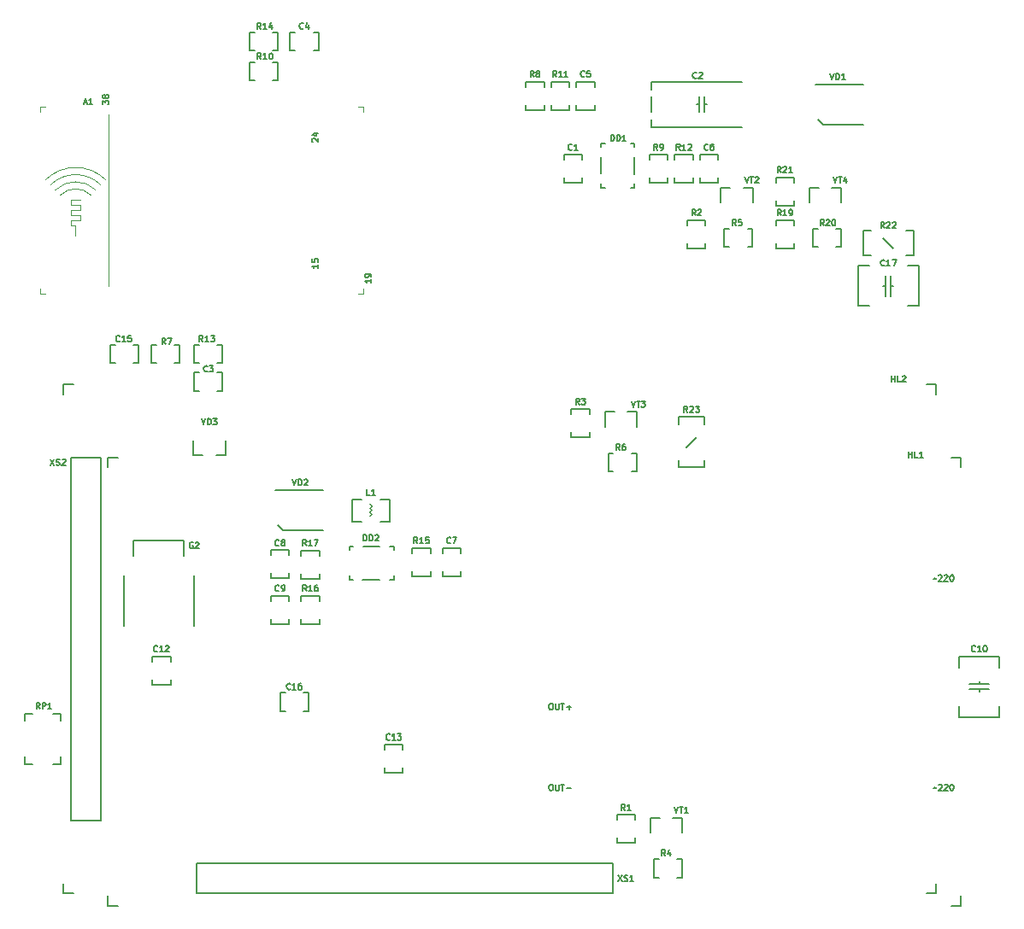
<source format=gbr>
G04 #@! TF.GenerationSoftware,KiCad,Pcbnew,(5.1.4)-1*
G04 #@! TF.CreationDate,2020-11-07T23:49:10+03:00*
G04 #@! TF.ProjectId,UAK_2,55414b5f-322e-46b6-9963-61645f706362,rev?*
G04 #@! TF.SameCoordinates,Original*
G04 #@! TF.FileFunction,Legend,Top*
G04 #@! TF.FilePolarity,Positive*
%FSLAX46Y46*%
G04 Gerber Fmt 4.6, Leading zero omitted, Abs format (unit mm)*
G04 Created by KiCad (PCBNEW (5.1.4)-1) date 2020-11-07 23:49:10*
%MOMM*%
%LPD*%
G04 APERTURE LIST*
%ADD10C,0.150000*%
%ADD11C,0.120000*%
G04 APERTURE END LIST*
D10*
X80500000Y-130750000D02*
X80500000Y-94750000D01*
X83500000Y-130750000D02*
X80500000Y-130750000D01*
X83500000Y-94750000D02*
X83500000Y-130750000D01*
X80500000Y-94750000D02*
X83500000Y-94750000D01*
X93000000Y-135000000D02*
X134250000Y-135000000D01*
X93000000Y-138000000D02*
X93000000Y-135000000D01*
X134250000Y-138000000D02*
X93000000Y-138000000D01*
X134250000Y-135000000D02*
X134250000Y-138000000D01*
X78478571Y-94921428D02*
X78878571Y-95521428D01*
X78878571Y-94921428D02*
X78478571Y-95521428D01*
X79078571Y-95492857D02*
X79164285Y-95521428D01*
X79307142Y-95521428D01*
X79364285Y-95492857D01*
X79392857Y-95464285D01*
X79421428Y-95407142D01*
X79421428Y-95350000D01*
X79392857Y-95292857D01*
X79364285Y-95264285D01*
X79307142Y-95235714D01*
X79192857Y-95207142D01*
X79135714Y-95178571D01*
X79107142Y-95150000D01*
X79078571Y-95092857D01*
X79078571Y-95035714D01*
X79107142Y-94978571D01*
X79135714Y-94950000D01*
X79192857Y-94921428D01*
X79335714Y-94921428D01*
X79421428Y-94950000D01*
X79650000Y-94978571D02*
X79678571Y-94950000D01*
X79735714Y-94921428D01*
X79878571Y-94921428D01*
X79935714Y-94950000D01*
X79964285Y-94978571D01*
X79992857Y-95035714D01*
X79992857Y-95092857D01*
X79964285Y-95178571D01*
X79621428Y-95521428D01*
X79992857Y-95521428D01*
X134728571Y-136171428D02*
X135128571Y-136771428D01*
X135128571Y-136171428D02*
X134728571Y-136771428D01*
X135328571Y-136742857D02*
X135414285Y-136771428D01*
X135557142Y-136771428D01*
X135614285Y-136742857D01*
X135642857Y-136714285D01*
X135671428Y-136657142D01*
X135671428Y-136600000D01*
X135642857Y-136542857D01*
X135614285Y-136514285D01*
X135557142Y-136485714D01*
X135442857Y-136457142D01*
X135385714Y-136428571D01*
X135357142Y-136400000D01*
X135328571Y-136342857D01*
X135328571Y-136285714D01*
X135357142Y-136228571D01*
X135385714Y-136200000D01*
X135442857Y-136171428D01*
X135585714Y-136171428D01*
X135671428Y-136200000D01*
X136242857Y-136771428D02*
X135900000Y-136771428D01*
X136071428Y-136771428D02*
X136071428Y-136171428D01*
X136014285Y-136257142D01*
X135957142Y-136314285D01*
X135900000Y-136342857D01*
X166250000Y-87500000D02*
X166250000Y-88500000D01*
X166250000Y-87500000D02*
X165250000Y-87500000D01*
X166250000Y-138000000D02*
X165250000Y-138000000D01*
X166250000Y-138000000D02*
X166250000Y-137000000D01*
X79750000Y-138000000D02*
X79750000Y-137000000D01*
X79750000Y-138000000D02*
X80750000Y-138000000D01*
X79750000Y-87500000D02*
X79750000Y-88500000D01*
X79750000Y-87500000D02*
X80750000Y-87500000D01*
D11*
X109500000Y-60000000D02*
X109500000Y-60500000D01*
X109500000Y-60000000D02*
X109000000Y-60000000D01*
X109500000Y-78500000D02*
X109500000Y-78000000D01*
X109500000Y-78500000D02*
X109000000Y-78500000D01*
X78000001Y-67250001D02*
G75*
G02X83999999Y-67250001I2999999J-2999999D01*
G01*
X78500001Y-67750001D02*
G75*
G02X83499999Y-67750001I2499999J-2499999D01*
G01*
X79000001Y-68250001D02*
G75*
G02X82999999Y-68250001I1999999J-1999999D01*
G01*
X79500001Y-68750001D02*
G75*
G02X82499999Y-68750001I1499999J-1499999D01*
G01*
X80500000Y-69250000D02*
X81500000Y-69250000D01*
X80500000Y-69750000D02*
X80500000Y-69250000D01*
X81500000Y-69750000D02*
X80500000Y-69750000D01*
X81500000Y-70250000D02*
X81500000Y-69750000D01*
X80500000Y-70250000D02*
X81500000Y-70250000D01*
X80500000Y-70750000D02*
X80500000Y-70250000D01*
X81500000Y-70750000D02*
X80500000Y-70750000D01*
X81500000Y-71250000D02*
X81500000Y-70750000D01*
X80500000Y-71250000D02*
X81500000Y-71250000D01*
X80500000Y-71750000D02*
X80500000Y-71250000D01*
X81000000Y-71750000D02*
X80500000Y-71750000D01*
X81000000Y-72750000D02*
X81000000Y-71750000D01*
X84250000Y-77750000D02*
X84250000Y-60750000D01*
X77500000Y-60000000D02*
X78000000Y-60000000D01*
X77500000Y-60000000D02*
X77500000Y-60500000D01*
X77500000Y-78500000D02*
X77500000Y-78000000D01*
X77500000Y-78500000D02*
X78000000Y-78500000D01*
D10*
X136350000Y-68000000D02*
X135950000Y-68000000D01*
X136350000Y-68000000D02*
X136350000Y-67600000D01*
X133050000Y-68000000D02*
X133450000Y-68000000D01*
X133050000Y-68000000D02*
X133050000Y-67600000D01*
X136350000Y-63600000D02*
X135950000Y-63600000D01*
X136350000Y-63600000D02*
X136350000Y-64000000D01*
X133050000Y-63600000D02*
X133450000Y-63600000D01*
X133050000Y-63600000D02*
X133050000Y-64000000D01*
X136350000Y-65000000D02*
X136350000Y-66700000D01*
X133050000Y-66600000D02*
X133050000Y-65000000D01*
X168700000Y-139250000D02*
X168700000Y-138250000D01*
X168700000Y-139250000D02*
X167700000Y-139250000D01*
X84200000Y-139250000D02*
X85200000Y-139250000D01*
X84200000Y-139250000D02*
X84200000Y-138250000D01*
X84200000Y-94750000D02*
X84200000Y-95750000D01*
X84200000Y-94750000D02*
X85200000Y-94750000D01*
X168700000Y-94750000D02*
X168700000Y-95750000D01*
X168700000Y-94750000D02*
X167700000Y-94750000D01*
X161500000Y-73500000D02*
X161000000Y-73000000D01*
X161500000Y-73500000D02*
X162000000Y-74000000D01*
X164000000Y-74750000D02*
X164000000Y-72250000D01*
X159000000Y-74750000D02*
X159000000Y-72250000D01*
X159000000Y-72250000D02*
X159750000Y-72250000D01*
X159750000Y-74750000D02*
X159000000Y-74750000D01*
X164000000Y-72250000D02*
X163250000Y-72250000D01*
X163250000Y-74750000D02*
X164000000Y-74750000D01*
X142000000Y-93250000D02*
X142500000Y-92750000D01*
X142000000Y-93250000D02*
X141500000Y-93750000D01*
X140750000Y-95750000D02*
X143250000Y-95750000D01*
X140750000Y-90750000D02*
X143250000Y-90750000D01*
X143250000Y-90750000D02*
X143250000Y-91500000D01*
X140750000Y-91500000D02*
X140750000Y-90750000D01*
X143250000Y-95750000D02*
X143250000Y-95000000D01*
X140750000Y-95000000D02*
X140750000Y-95750000D01*
X105500000Y-98000000D02*
X100750000Y-98000000D01*
X101000000Y-101500000D02*
X101500000Y-102000000D01*
X105500000Y-102000000D02*
X101500000Y-102000000D01*
X103350000Y-106800000D02*
X103350000Y-106300000D01*
X105150000Y-106800000D02*
X105150000Y-106300000D01*
X105150000Y-106800000D02*
X103350000Y-106800000D01*
X103350000Y-104000000D02*
X103350000Y-104500000D01*
X105150000Y-104000000D02*
X103350000Y-104000000D01*
X105150000Y-104000000D02*
X105150000Y-104500000D01*
X103350000Y-111300000D02*
X103350000Y-110800000D01*
X105150000Y-111300000D02*
X105150000Y-110800000D01*
X105150000Y-111300000D02*
X103350000Y-111300000D01*
X103350000Y-108500000D02*
X103350000Y-109000000D01*
X105150000Y-108500000D02*
X103350000Y-108500000D01*
X105150000Y-108500000D02*
X105150000Y-109000000D01*
X114350000Y-106550000D02*
X114350000Y-106050000D01*
X116150000Y-106550000D02*
X116150000Y-106050000D01*
X116150000Y-106550000D02*
X114350000Y-106550000D01*
X114350000Y-103750000D02*
X114350000Y-104250000D01*
X116150000Y-103750000D02*
X114350000Y-103750000D01*
X116150000Y-103750000D02*
X116150000Y-104250000D01*
X108350000Y-98900000D02*
X109350000Y-98900000D01*
X112150000Y-98900000D02*
X111150000Y-98900000D01*
X112150000Y-101100000D02*
X111150000Y-101100000D01*
X108350000Y-101100000D02*
X109350000Y-101100000D01*
X112150000Y-98900000D02*
X112150000Y-101100000D01*
X108350000Y-101100000D02*
X108350000Y-98900000D01*
X110150000Y-100600000D02*
G75*
G03X110350000Y-100400000I0J200000D01*
G01*
X110350000Y-100400000D02*
G75*
G03X110150000Y-100200000I-200000J0D01*
G01*
X110150000Y-100200000D02*
G75*
G03X110350000Y-100000000I0J200000D01*
G01*
X110350000Y-100000000D02*
G75*
G03X110150000Y-99800000I-200000J0D01*
G01*
X110350000Y-99600000D02*
G75*
G03X110150000Y-99400000I-200000J0D01*
G01*
X110150000Y-99800000D02*
G75*
G03X110350000Y-99600000I0J200000D01*
G01*
X108100000Y-106850000D02*
X108100000Y-106450000D01*
X108100000Y-106850000D02*
X108500000Y-106850000D01*
X108100000Y-103550000D02*
X108100000Y-103950000D01*
X108100000Y-103550000D02*
X108500000Y-103550000D01*
X112500000Y-106850000D02*
X112500000Y-106450000D01*
X112500000Y-106850000D02*
X112100000Y-106850000D01*
X112500000Y-103550000D02*
X112500000Y-103950000D01*
X112500000Y-103550000D02*
X112100000Y-103550000D01*
X111100000Y-106850000D02*
X109400000Y-106850000D01*
X109500000Y-103550000D02*
X111100000Y-103550000D01*
X100350000Y-111300000D02*
X100350000Y-110800000D01*
X102150000Y-111300000D02*
X102150000Y-110800000D01*
X102150000Y-111300000D02*
X100350000Y-111300000D01*
X100350000Y-108500000D02*
X100350000Y-109000000D01*
X102150000Y-108500000D02*
X100350000Y-108500000D01*
X102150000Y-108500000D02*
X102150000Y-109000000D01*
X102150000Y-103950000D02*
X102150000Y-104450000D01*
X100350000Y-103950000D02*
X100350000Y-104450000D01*
X100350000Y-103950000D02*
X102150000Y-103950000D01*
X102150000Y-106750000D02*
X102150000Y-106250000D01*
X100350000Y-106750000D02*
X102150000Y-106750000D01*
X100350000Y-106750000D02*
X100350000Y-106250000D01*
X117350000Y-106550000D02*
X117350000Y-106050000D01*
X119150000Y-106550000D02*
X119150000Y-106050000D01*
X119150000Y-106550000D02*
X117350000Y-106550000D01*
X117350000Y-103750000D02*
X117350000Y-104250000D01*
X119150000Y-103750000D02*
X117350000Y-103750000D01*
X119150000Y-103750000D02*
X119150000Y-104250000D01*
X153670000Y-67990000D02*
X153670000Y-69450000D01*
X156830000Y-67990000D02*
X156830000Y-69450000D01*
X153670000Y-67990000D02*
X154600000Y-67990000D01*
X156830000Y-67990000D02*
X155900000Y-67990000D01*
X150350000Y-69800000D02*
X150350000Y-69300000D01*
X152150000Y-69800000D02*
X152150000Y-69300000D01*
X152150000Y-69800000D02*
X150350000Y-69800000D01*
X150350000Y-67000000D02*
X150350000Y-67500000D01*
X152150000Y-67000000D02*
X150350000Y-67000000D01*
X152150000Y-67000000D02*
X152150000Y-67500000D01*
X156800000Y-73900000D02*
X156300000Y-73900000D01*
X156800000Y-72100000D02*
X156300000Y-72100000D01*
X156800000Y-72100000D02*
X156800000Y-73900000D01*
X154000000Y-73900000D02*
X154500000Y-73900000D01*
X154000000Y-72100000D02*
X154000000Y-73900000D01*
X154000000Y-72100000D02*
X154500000Y-72100000D01*
X150350000Y-74050000D02*
X150350000Y-73550000D01*
X152150000Y-74050000D02*
X152150000Y-73550000D01*
X152150000Y-74050000D02*
X150350000Y-74050000D01*
X150350000Y-71250000D02*
X150350000Y-71750000D01*
X152150000Y-71250000D02*
X150350000Y-71250000D01*
X152150000Y-71250000D02*
X152150000Y-71750000D01*
X164500000Y-79750000D02*
X163400000Y-79750000D01*
X164500000Y-75750000D02*
X164500000Y-79750000D01*
X158500000Y-75750000D02*
X158500000Y-79750000D01*
X158500000Y-75750000D02*
X159600000Y-75750000D01*
X158500000Y-79750000D02*
X159600000Y-79750000D01*
X164500000Y-75750000D02*
X163400000Y-75750000D01*
X161750000Y-76750000D02*
X161750000Y-78750000D01*
X161250000Y-76750000D02*
X161250000Y-78750000D01*
X161750000Y-77750000D02*
X162000000Y-77750000D01*
X161250000Y-77750000D02*
X161000000Y-77750000D01*
X140350000Y-67550000D02*
X140350000Y-67050000D01*
X142150000Y-67550000D02*
X142150000Y-67050000D01*
X142150000Y-67550000D02*
X140350000Y-67550000D01*
X140350000Y-64750000D02*
X140350000Y-65250000D01*
X142150000Y-64750000D02*
X140350000Y-64750000D01*
X142150000Y-64750000D02*
X142150000Y-65250000D01*
X137850000Y-67550000D02*
X137850000Y-67050000D01*
X139650000Y-67550000D02*
X139650000Y-67050000D01*
X139650000Y-67550000D02*
X137850000Y-67550000D01*
X137850000Y-64750000D02*
X137850000Y-65250000D01*
X139650000Y-64750000D02*
X137850000Y-64750000D01*
X139650000Y-64750000D02*
X139650000Y-65250000D01*
X142850000Y-67550000D02*
X142850000Y-67050000D01*
X144650000Y-67550000D02*
X144650000Y-67050000D01*
X144650000Y-67550000D02*
X142850000Y-67550000D01*
X142850000Y-64750000D02*
X142850000Y-65250000D01*
X144650000Y-64750000D02*
X142850000Y-64750000D01*
X144650000Y-64750000D02*
X144650000Y-65250000D01*
X138000000Y-59000000D02*
X138000000Y-60500000D01*
X138000000Y-62000000D02*
X147000000Y-62000000D01*
X138000000Y-62000000D02*
X138000000Y-61250000D01*
X138000000Y-57500000D02*
X138000000Y-58250000D01*
X138000000Y-57500000D02*
X147000000Y-57500000D01*
X143250000Y-59750000D02*
X143500000Y-59750000D01*
X142750000Y-59750000D02*
X142500000Y-59750000D01*
X143250000Y-59000000D02*
X143250000Y-60500000D01*
X142750000Y-59000000D02*
X142750000Y-60500000D01*
X129350000Y-67550000D02*
X129350000Y-67050000D01*
X131150000Y-67550000D02*
X131150000Y-67050000D01*
X131150000Y-67550000D02*
X129350000Y-67550000D01*
X129350000Y-64750000D02*
X129350000Y-65250000D01*
X131150000Y-64750000D02*
X129350000Y-64750000D01*
X131150000Y-64750000D02*
X131150000Y-65250000D01*
X133420000Y-90240000D02*
X133420000Y-91700000D01*
X136580000Y-90240000D02*
X136580000Y-91700000D01*
X133420000Y-90240000D02*
X134350000Y-90240000D01*
X136580000Y-90240000D02*
X135650000Y-90240000D01*
X144920000Y-67990000D02*
X144920000Y-69450000D01*
X148080000Y-67990000D02*
X148080000Y-69450000D01*
X144920000Y-67990000D02*
X145850000Y-67990000D01*
X148080000Y-67990000D02*
X147150000Y-67990000D01*
X137920000Y-130490000D02*
X137920000Y-131950000D01*
X141080000Y-130490000D02*
X141080000Y-131950000D01*
X137920000Y-130490000D02*
X138850000Y-130490000D01*
X141080000Y-130490000D02*
X140150000Y-130490000D01*
X159000000Y-57750000D02*
X154250000Y-57750000D01*
X154500000Y-61250000D02*
X155000000Y-61750000D01*
X159000000Y-61750000D02*
X155000000Y-61750000D01*
X76000000Y-125150000D02*
X76750000Y-125150000D01*
X76000000Y-125150000D02*
X76000000Y-124400000D01*
X79500000Y-125150000D02*
X78750000Y-125150000D01*
X79500000Y-125150000D02*
X79500000Y-124400000D01*
X76000000Y-120150000D02*
X76750000Y-120150000D01*
X76000000Y-120150000D02*
X76000000Y-120900000D01*
X79500000Y-120900000D02*
X79500000Y-120150000D01*
X79500000Y-120150000D02*
X78750000Y-120150000D01*
X128100000Y-60300000D02*
X128100000Y-59800000D01*
X129900000Y-60300000D02*
X129900000Y-59800000D01*
X129900000Y-60300000D02*
X128100000Y-60300000D01*
X128100000Y-57500000D02*
X128100000Y-58000000D01*
X129900000Y-57500000D02*
X128100000Y-57500000D01*
X129900000Y-57500000D02*
X129900000Y-58000000D01*
X125600000Y-60300000D02*
X125600000Y-59800000D01*
X127400000Y-60300000D02*
X127400000Y-59800000D01*
X127400000Y-60300000D02*
X125600000Y-60300000D01*
X125600000Y-57500000D02*
X125600000Y-58000000D01*
X127400000Y-57500000D02*
X125600000Y-57500000D01*
X127400000Y-57500000D02*
X127400000Y-58000000D01*
X136550000Y-96150000D02*
X136050000Y-96150000D01*
X136550000Y-94350000D02*
X136050000Y-94350000D01*
X136550000Y-94350000D02*
X136550000Y-96150000D01*
X133750000Y-96150000D02*
X134250000Y-96150000D01*
X133750000Y-94350000D02*
X133750000Y-96150000D01*
X133750000Y-94350000D02*
X134250000Y-94350000D01*
X148050000Y-73900000D02*
X147550000Y-73900000D01*
X148050000Y-72100000D02*
X147550000Y-72100000D01*
X148050000Y-72100000D02*
X148050000Y-73900000D01*
X145250000Y-73900000D02*
X145750000Y-73900000D01*
X145250000Y-72100000D02*
X145250000Y-73900000D01*
X145250000Y-72100000D02*
X145750000Y-72100000D01*
X141050000Y-136400000D02*
X140550000Y-136400000D01*
X141050000Y-134600000D02*
X140550000Y-134600000D01*
X141050000Y-134600000D02*
X141050000Y-136400000D01*
X138250000Y-136400000D02*
X138750000Y-136400000D01*
X138250000Y-134600000D02*
X138250000Y-136400000D01*
X138250000Y-134600000D02*
X138750000Y-134600000D01*
X131900000Y-89950000D02*
X131900000Y-90450000D01*
X130100000Y-89950000D02*
X130100000Y-90450000D01*
X130100000Y-89950000D02*
X131900000Y-89950000D01*
X131900000Y-92750000D02*
X131900000Y-92250000D01*
X130100000Y-92750000D02*
X131900000Y-92750000D01*
X130100000Y-92750000D02*
X130100000Y-92250000D01*
X141600000Y-74050000D02*
X141600000Y-73550000D01*
X143400000Y-74050000D02*
X143400000Y-73550000D01*
X143400000Y-74050000D02*
X141600000Y-74050000D01*
X141600000Y-71250000D02*
X141600000Y-71750000D01*
X143400000Y-71250000D02*
X141600000Y-71250000D01*
X143400000Y-71250000D02*
X143400000Y-71750000D01*
X136400000Y-130200000D02*
X136400000Y-130700000D01*
X134600000Y-130200000D02*
X134600000Y-130700000D01*
X134600000Y-130200000D02*
X136400000Y-130200000D01*
X136400000Y-133000000D02*
X136400000Y-132500000D01*
X134600000Y-133000000D02*
X136400000Y-133000000D01*
X134600000Y-133000000D02*
X134600000Y-132500000D01*
X130600000Y-60300000D02*
X130600000Y-59800000D01*
X132400000Y-60300000D02*
X132400000Y-59800000D01*
X132400000Y-60300000D02*
X130600000Y-60300000D01*
X130600000Y-57500000D02*
X130600000Y-58000000D01*
X132400000Y-57500000D02*
X130600000Y-57500000D01*
X132400000Y-57500000D02*
X132400000Y-58000000D01*
X105050000Y-54400000D02*
X104550000Y-54400000D01*
X105050000Y-52600000D02*
X104550000Y-52600000D01*
X105050000Y-52600000D02*
X105050000Y-54400000D01*
X102250000Y-54400000D02*
X102750000Y-54400000D01*
X102250000Y-52600000D02*
X102250000Y-54400000D01*
X102250000Y-52600000D02*
X102750000Y-52600000D01*
X95550000Y-88150000D02*
X95050000Y-88150000D01*
X95550000Y-86350000D02*
X95050000Y-86350000D01*
X95550000Y-86350000D02*
X95550000Y-88150000D01*
X92750000Y-88150000D02*
X93250000Y-88150000D01*
X92750000Y-86350000D02*
X92750000Y-88150000D01*
X92750000Y-86350000D02*
X93250000Y-86350000D01*
X95830000Y-94510000D02*
X95830000Y-93050000D01*
X92670000Y-94510000D02*
X92670000Y-93050000D01*
X95830000Y-94510000D02*
X94900000Y-94510000D01*
X92670000Y-94510000D02*
X93600000Y-94510000D01*
X101050000Y-54400000D02*
X100550000Y-54400000D01*
X101050000Y-52600000D02*
X100550000Y-52600000D01*
X101050000Y-52600000D02*
X101050000Y-54400000D01*
X98250000Y-54400000D02*
X98750000Y-54400000D01*
X98250000Y-52600000D02*
X98250000Y-54400000D01*
X98250000Y-52600000D02*
X98750000Y-52600000D01*
X92700000Y-83600000D02*
X93200000Y-83600000D01*
X92700000Y-85400000D02*
X93200000Y-85400000D01*
X92700000Y-85400000D02*
X92700000Y-83600000D01*
X95500000Y-83600000D02*
X95000000Y-83600000D01*
X95500000Y-85400000D02*
X95500000Y-83600000D01*
X95500000Y-85400000D02*
X95000000Y-85400000D01*
X101050000Y-57400000D02*
X100550000Y-57400000D01*
X101050000Y-55600000D02*
X100550000Y-55600000D01*
X101050000Y-55600000D02*
X101050000Y-57400000D01*
X98250000Y-57400000D02*
X98750000Y-57400000D01*
X98250000Y-55600000D02*
X98250000Y-57400000D01*
X98250000Y-55600000D02*
X98750000Y-55600000D01*
X91300000Y-85400000D02*
X90800000Y-85400000D01*
X91300000Y-83600000D02*
X90800000Y-83600000D01*
X91300000Y-83600000D02*
X91300000Y-85400000D01*
X88500000Y-85400000D02*
X89000000Y-85400000D01*
X88500000Y-83600000D02*
X88500000Y-85400000D01*
X88500000Y-83600000D02*
X89000000Y-83600000D01*
X92750000Y-106500000D02*
X92750000Y-111500000D01*
X85750000Y-106500000D02*
X85750000Y-111500000D01*
X86750000Y-103000000D02*
X86750000Y-104500000D01*
X91750000Y-104500000D02*
X91750000Y-103000000D01*
X86750000Y-103000000D02*
X91750000Y-103000000D01*
X84450000Y-83600000D02*
X84950000Y-83600000D01*
X84450000Y-85400000D02*
X84950000Y-85400000D01*
X84450000Y-85400000D02*
X84450000Y-83600000D01*
X87250000Y-83600000D02*
X86750000Y-83600000D01*
X87250000Y-85400000D02*
X87250000Y-83600000D01*
X87250000Y-85400000D02*
X86750000Y-85400000D01*
X104050000Y-119900000D02*
X103550000Y-119900000D01*
X104050000Y-118100000D02*
X103550000Y-118100000D01*
X104050000Y-118100000D02*
X104050000Y-119900000D01*
X101250000Y-119900000D02*
X101750000Y-119900000D01*
X101250000Y-118100000D02*
X101250000Y-119900000D01*
X101250000Y-118100000D02*
X101750000Y-118100000D01*
X88600000Y-117300000D02*
X88600000Y-116800000D01*
X90400000Y-117300000D02*
X90400000Y-116800000D01*
X90400000Y-117300000D02*
X88600000Y-117300000D01*
X88600000Y-114500000D02*
X88600000Y-115000000D01*
X90400000Y-114500000D02*
X88600000Y-114500000D01*
X90400000Y-114500000D02*
X90400000Y-115000000D01*
X111600000Y-126050000D02*
X111600000Y-125550000D01*
X113400000Y-126050000D02*
X113400000Y-125550000D01*
X113400000Y-126050000D02*
X111600000Y-126050000D01*
X111600000Y-123250000D02*
X111600000Y-123750000D01*
X113400000Y-123250000D02*
X111600000Y-123250000D01*
X113400000Y-123250000D02*
X113400000Y-123750000D01*
X172500000Y-114500000D02*
X172500000Y-115600000D01*
X168500000Y-114500000D02*
X172500000Y-114500000D01*
X168500000Y-120500000D02*
X172500000Y-120500000D01*
X168500000Y-120500000D02*
X168500000Y-119400000D01*
X172500000Y-120500000D02*
X172500000Y-119400000D01*
X168500000Y-114500000D02*
X168500000Y-115600000D01*
X169500000Y-117250000D02*
X171500000Y-117250000D01*
X169500000Y-117750000D02*
X171500000Y-117750000D01*
X170500000Y-117250000D02*
X170500000Y-117000000D01*
X170500000Y-117750000D02*
X170500000Y-118000000D01*
X161800000Y-87271428D02*
X161800000Y-86671428D01*
X161800000Y-86957142D02*
X162142857Y-86957142D01*
X162142857Y-87271428D02*
X162142857Y-86671428D01*
X162714285Y-87271428D02*
X162428571Y-87271428D01*
X162428571Y-86671428D01*
X162885714Y-86728571D02*
X162914285Y-86700000D01*
X162971428Y-86671428D01*
X163114285Y-86671428D01*
X163171428Y-86700000D01*
X163200000Y-86728571D01*
X163228571Y-86785714D01*
X163228571Y-86842857D01*
X163200000Y-86928571D01*
X162857142Y-87271428D01*
X163228571Y-87271428D01*
X81821428Y-59600000D02*
X82107142Y-59600000D01*
X81764285Y-59771428D02*
X81964285Y-59171428D01*
X82164285Y-59771428D01*
X82678571Y-59771428D02*
X82335714Y-59771428D01*
X82507142Y-59771428D02*
X82507142Y-59171428D01*
X82450000Y-59257142D01*
X82392857Y-59314285D01*
X82335714Y-59342857D01*
X104478571Y-63457142D02*
X104450000Y-63428571D01*
X104421428Y-63371428D01*
X104421428Y-63228571D01*
X104450000Y-63171428D01*
X104478571Y-63142857D01*
X104535714Y-63114285D01*
X104592857Y-63114285D01*
X104678571Y-63142857D01*
X105021428Y-63485714D01*
X105021428Y-63114285D01*
X104621428Y-62600000D02*
X105021428Y-62600000D01*
X104392857Y-62742857D02*
X104821428Y-62885714D01*
X104821428Y-62514285D01*
X105021428Y-75614285D02*
X105021428Y-75957142D01*
X105021428Y-75785714D02*
X104421428Y-75785714D01*
X104507142Y-75842857D01*
X104564285Y-75900000D01*
X104592857Y-75957142D01*
X104421428Y-75071428D02*
X104421428Y-75357142D01*
X104707142Y-75385714D01*
X104678571Y-75357142D01*
X104650000Y-75300000D01*
X104650000Y-75157142D01*
X104678571Y-75100000D01*
X104707142Y-75071428D01*
X104764285Y-75042857D01*
X104907142Y-75042857D01*
X104964285Y-75071428D01*
X104992857Y-75100000D01*
X105021428Y-75157142D01*
X105021428Y-75300000D01*
X104992857Y-75357142D01*
X104964285Y-75385714D01*
X110271428Y-77114285D02*
X110271428Y-77457142D01*
X110271428Y-77285714D02*
X109671428Y-77285714D01*
X109757142Y-77342857D01*
X109814285Y-77400000D01*
X109842857Y-77457142D01*
X110271428Y-76828571D02*
X110271428Y-76714285D01*
X110242857Y-76657142D01*
X110214285Y-76628571D01*
X110128571Y-76571428D01*
X110014285Y-76542857D01*
X109785714Y-76542857D01*
X109728571Y-76571428D01*
X109700000Y-76600000D01*
X109671428Y-76657142D01*
X109671428Y-76771428D01*
X109700000Y-76828571D01*
X109728571Y-76857142D01*
X109785714Y-76885714D01*
X109928571Y-76885714D01*
X109985714Y-76857142D01*
X110014285Y-76828571D01*
X110042857Y-76771428D01*
X110042857Y-76657142D01*
X110014285Y-76600000D01*
X109985714Y-76571428D01*
X109928571Y-76542857D01*
X83671428Y-59735714D02*
X83671428Y-59364285D01*
X83900000Y-59564285D01*
X83900000Y-59478571D01*
X83928571Y-59421428D01*
X83957142Y-59392857D01*
X84014285Y-59364285D01*
X84157142Y-59364285D01*
X84214285Y-59392857D01*
X84242857Y-59421428D01*
X84271428Y-59478571D01*
X84271428Y-59650000D01*
X84242857Y-59707142D01*
X84214285Y-59735714D01*
X83928571Y-59021428D02*
X83900000Y-59078571D01*
X83871428Y-59107142D01*
X83814285Y-59135714D01*
X83785714Y-59135714D01*
X83728571Y-59107142D01*
X83700000Y-59078571D01*
X83671428Y-59021428D01*
X83671428Y-58907142D01*
X83700000Y-58850000D01*
X83728571Y-58821428D01*
X83785714Y-58792857D01*
X83814285Y-58792857D01*
X83871428Y-58821428D01*
X83900000Y-58850000D01*
X83928571Y-58907142D01*
X83928571Y-59021428D01*
X83957142Y-59078571D01*
X83985714Y-59107142D01*
X84042857Y-59135714D01*
X84157142Y-59135714D01*
X84214285Y-59107142D01*
X84242857Y-59078571D01*
X84271428Y-59021428D01*
X84271428Y-58907142D01*
X84242857Y-58850000D01*
X84214285Y-58821428D01*
X84157142Y-58792857D01*
X84042857Y-58792857D01*
X83985714Y-58821428D01*
X83957142Y-58850000D01*
X83928571Y-58907142D01*
X134007142Y-63371428D02*
X134007142Y-62771428D01*
X134150000Y-62771428D01*
X134235714Y-62800000D01*
X134292857Y-62857142D01*
X134321428Y-62914285D01*
X134350000Y-63028571D01*
X134350000Y-63114285D01*
X134321428Y-63228571D01*
X134292857Y-63285714D01*
X134235714Y-63342857D01*
X134150000Y-63371428D01*
X134007142Y-63371428D01*
X134607142Y-63371428D02*
X134607142Y-62771428D01*
X134750000Y-62771428D01*
X134835714Y-62800000D01*
X134892857Y-62857142D01*
X134921428Y-62914285D01*
X134950000Y-63028571D01*
X134950000Y-63114285D01*
X134921428Y-63228571D01*
X134892857Y-63285714D01*
X134835714Y-63342857D01*
X134750000Y-63371428D01*
X134607142Y-63371428D01*
X135521428Y-63371428D02*
X135178571Y-63371428D01*
X135350000Y-63371428D02*
X135350000Y-62771428D01*
X135292857Y-62857142D01*
X135235714Y-62914285D01*
X135178571Y-62942857D01*
X163500000Y-94771428D02*
X163500000Y-94171428D01*
X163500000Y-94457142D02*
X163842857Y-94457142D01*
X163842857Y-94771428D02*
X163842857Y-94171428D01*
X164414285Y-94771428D02*
X164128571Y-94771428D01*
X164128571Y-94171428D01*
X164928571Y-94771428D02*
X164585714Y-94771428D01*
X164757142Y-94771428D02*
X164757142Y-94171428D01*
X164700000Y-94257142D01*
X164642857Y-94314285D01*
X164585714Y-94342857D01*
X161114285Y-72021428D02*
X160914285Y-71735714D01*
X160771428Y-72021428D02*
X160771428Y-71421428D01*
X161000000Y-71421428D01*
X161057142Y-71450000D01*
X161085714Y-71478571D01*
X161114285Y-71535714D01*
X161114285Y-71621428D01*
X161085714Y-71678571D01*
X161057142Y-71707142D01*
X161000000Y-71735714D01*
X160771428Y-71735714D01*
X161342857Y-71478571D02*
X161371428Y-71450000D01*
X161428571Y-71421428D01*
X161571428Y-71421428D01*
X161628571Y-71450000D01*
X161657142Y-71478571D01*
X161685714Y-71535714D01*
X161685714Y-71592857D01*
X161657142Y-71678571D01*
X161314285Y-72021428D01*
X161685714Y-72021428D01*
X161914285Y-71478571D02*
X161942857Y-71450000D01*
X162000000Y-71421428D01*
X162142857Y-71421428D01*
X162200000Y-71450000D01*
X162228571Y-71478571D01*
X162257142Y-71535714D01*
X162257142Y-71592857D01*
X162228571Y-71678571D01*
X161885714Y-72021428D01*
X162257142Y-72021428D01*
X141614285Y-90271428D02*
X141414285Y-89985714D01*
X141271428Y-90271428D02*
X141271428Y-89671428D01*
X141500000Y-89671428D01*
X141557142Y-89700000D01*
X141585714Y-89728571D01*
X141614285Y-89785714D01*
X141614285Y-89871428D01*
X141585714Y-89928571D01*
X141557142Y-89957142D01*
X141500000Y-89985714D01*
X141271428Y-89985714D01*
X141842857Y-89728571D02*
X141871428Y-89700000D01*
X141928571Y-89671428D01*
X142071428Y-89671428D01*
X142128571Y-89700000D01*
X142157142Y-89728571D01*
X142185714Y-89785714D01*
X142185714Y-89842857D01*
X142157142Y-89928571D01*
X141814285Y-90271428D01*
X142185714Y-90271428D01*
X142385714Y-89671428D02*
X142757142Y-89671428D01*
X142557142Y-89900000D01*
X142642857Y-89900000D01*
X142700000Y-89928571D01*
X142728571Y-89957142D01*
X142757142Y-90014285D01*
X142757142Y-90157142D01*
X142728571Y-90214285D01*
X142700000Y-90242857D01*
X142642857Y-90271428D01*
X142471428Y-90271428D01*
X142414285Y-90242857D01*
X142385714Y-90214285D01*
X102464285Y-96921428D02*
X102664285Y-97521428D01*
X102864285Y-96921428D01*
X103064285Y-97521428D02*
X103064285Y-96921428D01*
X103207142Y-96921428D01*
X103292857Y-96950000D01*
X103350000Y-97007142D01*
X103378571Y-97064285D01*
X103407142Y-97178571D01*
X103407142Y-97264285D01*
X103378571Y-97378571D01*
X103350000Y-97435714D01*
X103292857Y-97492857D01*
X103207142Y-97521428D01*
X103064285Y-97521428D01*
X103635714Y-96978571D02*
X103664285Y-96950000D01*
X103721428Y-96921428D01*
X103864285Y-96921428D01*
X103921428Y-96950000D01*
X103950000Y-96978571D01*
X103978571Y-97035714D01*
X103978571Y-97092857D01*
X103950000Y-97178571D01*
X103607142Y-97521428D01*
X103978571Y-97521428D01*
X103864285Y-103521428D02*
X103664285Y-103235714D01*
X103521428Y-103521428D02*
X103521428Y-102921428D01*
X103750000Y-102921428D01*
X103807142Y-102950000D01*
X103835714Y-102978571D01*
X103864285Y-103035714D01*
X103864285Y-103121428D01*
X103835714Y-103178571D01*
X103807142Y-103207142D01*
X103750000Y-103235714D01*
X103521428Y-103235714D01*
X104435714Y-103521428D02*
X104092857Y-103521428D01*
X104264285Y-103521428D02*
X104264285Y-102921428D01*
X104207142Y-103007142D01*
X104150000Y-103064285D01*
X104092857Y-103092857D01*
X104635714Y-102921428D02*
X105035714Y-102921428D01*
X104778571Y-103521428D01*
X103864285Y-108021428D02*
X103664285Y-107735714D01*
X103521428Y-108021428D02*
X103521428Y-107421428D01*
X103750000Y-107421428D01*
X103807142Y-107450000D01*
X103835714Y-107478571D01*
X103864285Y-107535714D01*
X103864285Y-107621428D01*
X103835714Y-107678571D01*
X103807142Y-107707142D01*
X103750000Y-107735714D01*
X103521428Y-107735714D01*
X104435714Y-108021428D02*
X104092857Y-108021428D01*
X104264285Y-108021428D02*
X104264285Y-107421428D01*
X104207142Y-107507142D01*
X104150000Y-107564285D01*
X104092857Y-107592857D01*
X104950000Y-107421428D02*
X104835714Y-107421428D01*
X104778571Y-107450000D01*
X104750000Y-107478571D01*
X104692857Y-107564285D01*
X104664285Y-107678571D01*
X104664285Y-107907142D01*
X104692857Y-107964285D01*
X104721428Y-107992857D01*
X104778571Y-108021428D01*
X104892857Y-108021428D01*
X104950000Y-107992857D01*
X104978571Y-107964285D01*
X105007142Y-107907142D01*
X105007142Y-107764285D01*
X104978571Y-107707142D01*
X104950000Y-107678571D01*
X104892857Y-107650000D01*
X104778571Y-107650000D01*
X104721428Y-107678571D01*
X104692857Y-107707142D01*
X104664285Y-107764285D01*
X114864285Y-103271428D02*
X114664285Y-102985714D01*
X114521428Y-103271428D02*
X114521428Y-102671428D01*
X114750000Y-102671428D01*
X114807142Y-102700000D01*
X114835714Y-102728571D01*
X114864285Y-102785714D01*
X114864285Y-102871428D01*
X114835714Y-102928571D01*
X114807142Y-102957142D01*
X114750000Y-102985714D01*
X114521428Y-102985714D01*
X115435714Y-103271428D02*
X115092857Y-103271428D01*
X115264285Y-103271428D02*
X115264285Y-102671428D01*
X115207142Y-102757142D01*
X115150000Y-102814285D01*
X115092857Y-102842857D01*
X115978571Y-102671428D02*
X115692857Y-102671428D01*
X115664285Y-102957142D01*
X115692857Y-102928571D01*
X115750000Y-102900000D01*
X115892857Y-102900000D01*
X115950000Y-102928571D01*
X115978571Y-102957142D01*
X116007142Y-103014285D01*
X116007142Y-103157142D01*
X115978571Y-103214285D01*
X115950000Y-103242857D01*
X115892857Y-103271428D01*
X115750000Y-103271428D01*
X115692857Y-103242857D01*
X115664285Y-103214285D01*
X110150000Y-98521428D02*
X109864285Y-98521428D01*
X109864285Y-97921428D01*
X110664285Y-98521428D02*
X110321428Y-98521428D01*
X110492857Y-98521428D02*
X110492857Y-97921428D01*
X110435714Y-98007142D01*
X110378571Y-98064285D01*
X110321428Y-98092857D01*
X109507142Y-103021428D02*
X109507142Y-102421428D01*
X109650000Y-102421428D01*
X109735714Y-102450000D01*
X109792857Y-102507142D01*
X109821428Y-102564285D01*
X109850000Y-102678571D01*
X109850000Y-102764285D01*
X109821428Y-102878571D01*
X109792857Y-102935714D01*
X109735714Y-102992857D01*
X109650000Y-103021428D01*
X109507142Y-103021428D01*
X110107142Y-103021428D02*
X110107142Y-102421428D01*
X110250000Y-102421428D01*
X110335714Y-102450000D01*
X110392857Y-102507142D01*
X110421428Y-102564285D01*
X110450000Y-102678571D01*
X110450000Y-102764285D01*
X110421428Y-102878571D01*
X110392857Y-102935714D01*
X110335714Y-102992857D01*
X110250000Y-103021428D01*
X110107142Y-103021428D01*
X110678571Y-102478571D02*
X110707142Y-102450000D01*
X110764285Y-102421428D01*
X110907142Y-102421428D01*
X110964285Y-102450000D01*
X110992857Y-102478571D01*
X111021428Y-102535714D01*
X111021428Y-102592857D01*
X110992857Y-102678571D01*
X110650000Y-103021428D01*
X111021428Y-103021428D01*
X101150000Y-107964285D02*
X101121428Y-107992857D01*
X101035714Y-108021428D01*
X100978571Y-108021428D01*
X100892857Y-107992857D01*
X100835714Y-107935714D01*
X100807142Y-107878571D01*
X100778571Y-107764285D01*
X100778571Y-107678571D01*
X100807142Y-107564285D01*
X100835714Y-107507142D01*
X100892857Y-107450000D01*
X100978571Y-107421428D01*
X101035714Y-107421428D01*
X101121428Y-107450000D01*
X101150000Y-107478571D01*
X101435714Y-108021428D02*
X101550000Y-108021428D01*
X101607142Y-107992857D01*
X101635714Y-107964285D01*
X101692857Y-107878571D01*
X101721428Y-107764285D01*
X101721428Y-107535714D01*
X101692857Y-107478571D01*
X101664285Y-107450000D01*
X101607142Y-107421428D01*
X101492857Y-107421428D01*
X101435714Y-107450000D01*
X101407142Y-107478571D01*
X101378571Y-107535714D01*
X101378571Y-107678571D01*
X101407142Y-107735714D01*
X101435714Y-107764285D01*
X101492857Y-107792857D01*
X101607142Y-107792857D01*
X101664285Y-107764285D01*
X101692857Y-107735714D01*
X101721428Y-107678571D01*
X101150000Y-103464285D02*
X101121428Y-103492857D01*
X101035714Y-103521428D01*
X100978571Y-103521428D01*
X100892857Y-103492857D01*
X100835714Y-103435714D01*
X100807142Y-103378571D01*
X100778571Y-103264285D01*
X100778571Y-103178571D01*
X100807142Y-103064285D01*
X100835714Y-103007142D01*
X100892857Y-102950000D01*
X100978571Y-102921428D01*
X101035714Y-102921428D01*
X101121428Y-102950000D01*
X101150000Y-102978571D01*
X101492857Y-103178571D02*
X101435714Y-103150000D01*
X101407142Y-103121428D01*
X101378571Y-103064285D01*
X101378571Y-103035714D01*
X101407142Y-102978571D01*
X101435714Y-102950000D01*
X101492857Y-102921428D01*
X101607142Y-102921428D01*
X101664285Y-102950000D01*
X101692857Y-102978571D01*
X101721428Y-103035714D01*
X101721428Y-103064285D01*
X101692857Y-103121428D01*
X101664285Y-103150000D01*
X101607142Y-103178571D01*
X101492857Y-103178571D01*
X101435714Y-103207142D01*
X101407142Y-103235714D01*
X101378571Y-103292857D01*
X101378571Y-103407142D01*
X101407142Y-103464285D01*
X101435714Y-103492857D01*
X101492857Y-103521428D01*
X101607142Y-103521428D01*
X101664285Y-103492857D01*
X101692857Y-103464285D01*
X101721428Y-103407142D01*
X101721428Y-103292857D01*
X101692857Y-103235714D01*
X101664285Y-103207142D01*
X101607142Y-103178571D01*
X118150000Y-103214285D02*
X118121428Y-103242857D01*
X118035714Y-103271428D01*
X117978571Y-103271428D01*
X117892857Y-103242857D01*
X117835714Y-103185714D01*
X117807142Y-103128571D01*
X117778571Y-103014285D01*
X117778571Y-102928571D01*
X117807142Y-102814285D01*
X117835714Y-102757142D01*
X117892857Y-102700000D01*
X117978571Y-102671428D01*
X118035714Y-102671428D01*
X118121428Y-102700000D01*
X118150000Y-102728571D01*
X118350000Y-102671428D02*
X118750000Y-102671428D01*
X118492857Y-103271428D01*
X165985714Y-127542857D02*
X166014285Y-127514285D01*
X166071428Y-127485714D01*
X166185714Y-127542857D01*
X166242857Y-127514285D01*
X166271428Y-127485714D01*
X166471428Y-127228571D02*
X166500000Y-127200000D01*
X166557142Y-127171428D01*
X166700000Y-127171428D01*
X166757142Y-127200000D01*
X166785714Y-127228571D01*
X166814285Y-127285714D01*
X166814285Y-127342857D01*
X166785714Y-127428571D01*
X166442857Y-127771428D01*
X166814285Y-127771428D01*
X167042857Y-127228571D02*
X167071428Y-127200000D01*
X167128571Y-127171428D01*
X167271428Y-127171428D01*
X167328571Y-127200000D01*
X167357142Y-127228571D01*
X167385714Y-127285714D01*
X167385714Y-127342857D01*
X167357142Y-127428571D01*
X167014285Y-127771428D01*
X167385714Y-127771428D01*
X167757142Y-127171428D02*
X167814285Y-127171428D01*
X167871428Y-127200000D01*
X167900000Y-127228571D01*
X167928571Y-127285714D01*
X167957142Y-127400000D01*
X167957142Y-127542857D01*
X167928571Y-127657142D01*
X167900000Y-127714285D01*
X167871428Y-127742857D01*
X167814285Y-127771428D01*
X167757142Y-127771428D01*
X167700000Y-127742857D01*
X167671428Y-127714285D01*
X167642857Y-127657142D01*
X167614285Y-127542857D01*
X167614285Y-127400000D01*
X167642857Y-127285714D01*
X167671428Y-127228571D01*
X167700000Y-127200000D01*
X167757142Y-127171428D01*
X165985714Y-106792857D02*
X166014285Y-106764285D01*
X166071428Y-106735714D01*
X166185714Y-106792857D01*
X166242857Y-106764285D01*
X166271428Y-106735714D01*
X166471428Y-106478571D02*
X166500000Y-106450000D01*
X166557142Y-106421428D01*
X166700000Y-106421428D01*
X166757142Y-106450000D01*
X166785714Y-106478571D01*
X166814285Y-106535714D01*
X166814285Y-106592857D01*
X166785714Y-106678571D01*
X166442857Y-107021428D01*
X166814285Y-107021428D01*
X167042857Y-106478571D02*
X167071428Y-106450000D01*
X167128571Y-106421428D01*
X167271428Y-106421428D01*
X167328571Y-106450000D01*
X167357142Y-106478571D01*
X167385714Y-106535714D01*
X167385714Y-106592857D01*
X167357142Y-106678571D01*
X167014285Y-107021428D01*
X167385714Y-107021428D01*
X167757142Y-106421428D02*
X167814285Y-106421428D01*
X167871428Y-106450000D01*
X167900000Y-106478571D01*
X167928571Y-106535714D01*
X167957142Y-106650000D01*
X167957142Y-106792857D01*
X167928571Y-106907142D01*
X167900000Y-106964285D01*
X167871428Y-106992857D01*
X167814285Y-107021428D01*
X167757142Y-107021428D01*
X167700000Y-106992857D01*
X167671428Y-106964285D01*
X167642857Y-106907142D01*
X167614285Y-106792857D01*
X167614285Y-106650000D01*
X167642857Y-106535714D01*
X167671428Y-106478571D01*
X167700000Y-106450000D01*
X167757142Y-106421428D01*
X128028571Y-127171428D02*
X128142857Y-127171428D01*
X128200000Y-127200000D01*
X128257142Y-127257142D01*
X128285714Y-127371428D01*
X128285714Y-127571428D01*
X128257142Y-127685714D01*
X128200000Y-127742857D01*
X128142857Y-127771428D01*
X128028571Y-127771428D01*
X127971428Y-127742857D01*
X127914285Y-127685714D01*
X127885714Y-127571428D01*
X127885714Y-127371428D01*
X127914285Y-127257142D01*
X127971428Y-127200000D01*
X128028571Y-127171428D01*
X128542857Y-127171428D02*
X128542857Y-127657142D01*
X128571428Y-127714285D01*
X128600000Y-127742857D01*
X128657142Y-127771428D01*
X128771428Y-127771428D01*
X128828571Y-127742857D01*
X128857142Y-127714285D01*
X128885714Y-127657142D01*
X128885714Y-127171428D01*
X129085714Y-127171428D02*
X129428571Y-127171428D01*
X129257142Y-127771428D02*
X129257142Y-127171428D01*
X129628571Y-127542857D02*
X130085714Y-127542857D01*
X128028571Y-119171428D02*
X128142857Y-119171428D01*
X128200000Y-119200000D01*
X128257142Y-119257142D01*
X128285714Y-119371428D01*
X128285714Y-119571428D01*
X128257142Y-119685714D01*
X128200000Y-119742857D01*
X128142857Y-119771428D01*
X128028571Y-119771428D01*
X127971428Y-119742857D01*
X127914285Y-119685714D01*
X127885714Y-119571428D01*
X127885714Y-119371428D01*
X127914285Y-119257142D01*
X127971428Y-119200000D01*
X128028571Y-119171428D01*
X128542857Y-119171428D02*
X128542857Y-119657142D01*
X128571428Y-119714285D01*
X128600000Y-119742857D01*
X128657142Y-119771428D01*
X128771428Y-119771428D01*
X128828571Y-119742857D01*
X128857142Y-119714285D01*
X128885714Y-119657142D01*
X128885714Y-119171428D01*
X129085714Y-119171428D02*
X129428571Y-119171428D01*
X129257142Y-119771428D02*
X129257142Y-119171428D01*
X129628571Y-119542857D02*
X130085714Y-119542857D01*
X129857142Y-119771428D02*
X129857142Y-119314285D01*
X156035714Y-66921428D02*
X156235714Y-67521428D01*
X156435714Y-66921428D01*
X156550000Y-66921428D02*
X156892857Y-66921428D01*
X156721428Y-67521428D02*
X156721428Y-66921428D01*
X157350000Y-67121428D02*
X157350000Y-67521428D01*
X157207142Y-66892857D02*
X157064285Y-67321428D01*
X157435714Y-67321428D01*
X150864285Y-66521428D02*
X150664285Y-66235714D01*
X150521428Y-66521428D02*
X150521428Y-65921428D01*
X150750000Y-65921428D01*
X150807142Y-65950000D01*
X150835714Y-65978571D01*
X150864285Y-66035714D01*
X150864285Y-66121428D01*
X150835714Y-66178571D01*
X150807142Y-66207142D01*
X150750000Y-66235714D01*
X150521428Y-66235714D01*
X151092857Y-65978571D02*
X151121428Y-65950000D01*
X151178571Y-65921428D01*
X151321428Y-65921428D01*
X151378571Y-65950000D01*
X151407142Y-65978571D01*
X151435714Y-66035714D01*
X151435714Y-66092857D01*
X151407142Y-66178571D01*
X151064285Y-66521428D01*
X151435714Y-66521428D01*
X152007142Y-66521428D02*
X151664285Y-66521428D01*
X151835714Y-66521428D02*
X151835714Y-65921428D01*
X151778571Y-66007142D01*
X151721428Y-66064285D01*
X151664285Y-66092857D01*
X155114285Y-71771428D02*
X154914285Y-71485714D01*
X154771428Y-71771428D02*
X154771428Y-71171428D01*
X155000000Y-71171428D01*
X155057142Y-71200000D01*
X155085714Y-71228571D01*
X155114285Y-71285714D01*
X155114285Y-71371428D01*
X155085714Y-71428571D01*
X155057142Y-71457142D01*
X155000000Y-71485714D01*
X154771428Y-71485714D01*
X155342857Y-71228571D02*
X155371428Y-71200000D01*
X155428571Y-71171428D01*
X155571428Y-71171428D01*
X155628571Y-71200000D01*
X155657142Y-71228571D01*
X155685714Y-71285714D01*
X155685714Y-71342857D01*
X155657142Y-71428571D01*
X155314285Y-71771428D01*
X155685714Y-71771428D01*
X156057142Y-71171428D02*
X156114285Y-71171428D01*
X156171428Y-71200000D01*
X156200000Y-71228571D01*
X156228571Y-71285714D01*
X156257142Y-71400000D01*
X156257142Y-71542857D01*
X156228571Y-71657142D01*
X156200000Y-71714285D01*
X156171428Y-71742857D01*
X156114285Y-71771428D01*
X156057142Y-71771428D01*
X156000000Y-71742857D01*
X155971428Y-71714285D01*
X155942857Y-71657142D01*
X155914285Y-71542857D01*
X155914285Y-71400000D01*
X155942857Y-71285714D01*
X155971428Y-71228571D01*
X156000000Y-71200000D01*
X156057142Y-71171428D01*
X150864285Y-70771428D02*
X150664285Y-70485714D01*
X150521428Y-70771428D02*
X150521428Y-70171428D01*
X150750000Y-70171428D01*
X150807142Y-70200000D01*
X150835714Y-70228571D01*
X150864285Y-70285714D01*
X150864285Y-70371428D01*
X150835714Y-70428571D01*
X150807142Y-70457142D01*
X150750000Y-70485714D01*
X150521428Y-70485714D01*
X151435714Y-70771428D02*
X151092857Y-70771428D01*
X151264285Y-70771428D02*
X151264285Y-70171428D01*
X151207142Y-70257142D01*
X151150000Y-70314285D01*
X151092857Y-70342857D01*
X151721428Y-70771428D02*
X151835714Y-70771428D01*
X151892857Y-70742857D01*
X151921428Y-70714285D01*
X151978571Y-70628571D01*
X152007142Y-70514285D01*
X152007142Y-70285714D01*
X151978571Y-70228571D01*
X151950000Y-70200000D01*
X151892857Y-70171428D01*
X151778571Y-70171428D01*
X151721428Y-70200000D01*
X151692857Y-70228571D01*
X151664285Y-70285714D01*
X151664285Y-70428571D01*
X151692857Y-70485714D01*
X151721428Y-70514285D01*
X151778571Y-70542857D01*
X151892857Y-70542857D01*
X151950000Y-70514285D01*
X151978571Y-70485714D01*
X152007142Y-70428571D01*
X161114285Y-75714285D02*
X161085714Y-75742857D01*
X161000000Y-75771428D01*
X160942857Y-75771428D01*
X160857142Y-75742857D01*
X160800000Y-75685714D01*
X160771428Y-75628571D01*
X160742857Y-75514285D01*
X160742857Y-75428571D01*
X160771428Y-75314285D01*
X160800000Y-75257142D01*
X160857142Y-75200000D01*
X160942857Y-75171428D01*
X161000000Y-75171428D01*
X161085714Y-75200000D01*
X161114285Y-75228571D01*
X161685714Y-75771428D02*
X161342857Y-75771428D01*
X161514285Y-75771428D02*
X161514285Y-75171428D01*
X161457142Y-75257142D01*
X161400000Y-75314285D01*
X161342857Y-75342857D01*
X161885714Y-75171428D02*
X162285714Y-75171428D01*
X162028571Y-75771428D01*
X140864285Y-64271428D02*
X140664285Y-63985714D01*
X140521428Y-64271428D02*
X140521428Y-63671428D01*
X140750000Y-63671428D01*
X140807142Y-63700000D01*
X140835714Y-63728571D01*
X140864285Y-63785714D01*
X140864285Y-63871428D01*
X140835714Y-63928571D01*
X140807142Y-63957142D01*
X140750000Y-63985714D01*
X140521428Y-63985714D01*
X141435714Y-64271428D02*
X141092857Y-64271428D01*
X141264285Y-64271428D02*
X141264285Y-63671428D01*
X141207142Y-63757142D01*
X141150000Y-63814285D01*
X141092857Y-63842857D01*
X141664285Y-63728571D02*
X141692857Y-63700000D01*
X141750000Y-63671428D01*
X141892857Y-63671428D01*
X141950000Y-63700000D01*
X141978571Y-63728571D01*
X142007142Y-63785714D01*
X142007142Y-63842857D01*
X141978571Y-63928571D01*
X141635714Y-64271428D01*
X142007142Y-64271428D01*
X138650000Y-64271428D02*
X138450000Y-63985714D01*
X138307142Y-64271428D02*
X138307142Y-63671428D01*
X138535714Y-63671428D01*
X138592857Y-63700000D01*
X138621428Y-63728571D01*
X138650000Y-63785714D01*
X138650000Y-63871428D01*
X138621428Y-63928571D01*
X138592857Y-63957142D01*
X138535714Y-63985714D01*
X138307142Y-63985714D01*
X138935714Y-64271428D02*
X139050000Y-64271428D01*
X139107142Y-64242857D01*
X139135714Y-64214285D01*
X139192857Y-64128571D01*
X139221428Y-64014285D01*
X139221428Y-63785714D01*
X139192857Y-63728571D01*
X139164285Y-63700000D01*
X139107142Y-63671428D01*
X138992857Y-63671428D01*
X138935714Y-63700000D01*
X138907142Y-63728571D01*
X138878571Y-63785714D01*
X138878571Y-63928571D01*
X138907142Y-63985714D01*
X138935714Y-64014285D01*
X138992857Y-64042857D01*
X139107142Y-64042857D01*
X139164285Y-64014285D01*
X139192857Y-63985714D01*
X139221428Y-63928571D01*
X143650000Y-64214285D02*
X143621428Y-64242857D01*
X143535714Y-64271428D01*
X143478571Y-64271428D01*
X143392857Y-64242857D01*
X143335714Y-64185714D01*
X143307142Y-64128571D01*
X143278571Y-64014285D01*
X143278571Y-63928571D01*
X143307142Y-63814285D01*
X143335714Y-63757142D01*
X143392857Y-63700000D01*
X143478571Y-63671428D01*
X143535714Y-63671428D01*
X143621428Y-63700000D01*
X143650000Y-63728571D01*
X144164285Y-63671428D02*
X144050000Y-63671428D01*
X143992857Y-63700000D01*
X143964285Y-63728571D01*
X143907142Y-63814285D01*
X143878571Y-63928571D01*
X143878571Y-64157142D01*
X143907142Y-64214285D01*
X143935714Y-64242857D01*
X143992857Y-64271428D01*
X144107142Y-64271428D01*
X144164285Y-64242857D01*
X144192857Y-64214285D01*
X144221428Y-64157142D01*
X144221428Y-64014285D01*
X144192857Y-63957142D01*
X144164285Y-63928571D01*
X144107142Y-63900000D01*
X143992857Y-63900000D01*
X143935714Y-63928571D01*
X143907142Y-63957142D01*
X143878571Y-64014285D01*
X142499999Y-57114284D02*
X142471427Y-57142856D01*
X142385713Y-57171427D01*
X142328570Y-57171427D01*
X142242856Y-57142856D01*
X142185713Y-57085713D01*
X142157141Y-57028570D01*
X142128570Y-56914284D01*
X142128570Y-56828570D01*
X142157141Y-56714284D01*
X142185713Y-56657141D01*
X142242856Y-56599999D01*
X142328570Y-56571427D01*
X142385713Y-56571427D01*
X142471427Y-56599999D01*
X142499999Y-56628570D01*
X142728570Y-56628570D02*
X142757141Y-56599999D01*
X142814284Y-56571427D01*
X142957141Y-56571427D01*
X143014284Y-56599999D01*
X143042856Y-56628570D01*
X143071427Y-56685713D01*
X143071427Y-56742856D01*
X143042856Y-56828570D01*
X142699999Y-57171427D01*
X143071427Y-57171427D01*
X130150000Y-64214285D02*
X130121428Y-64242857D01*
X130035714Y-64271428D01*
X129978571Y-64271428D01*
X129892857Y-64242857D01*
X129835714Y-64185714D01*
X129807142Y-64128571D01*
X129778571Y-64014285D01*
X129778571Y-63928571D01*
X129807142Y-63814285D01*
X129835714Y-63757142D01*
X129892857Y-63700000D01*
X129978571Y-63671428D01*
X130035714Y-63671428D01*
X130121428Y-63700000D01*
X130150000Y-63728571D01*
X130721428Y-64271428D02*
X130378571Y-64271428D01*
X130550000Y-64271428D02*
X130550000Y-63671428D01*
X130492857Y-63757142D01*
X130435714Y-63814285D01*
X130378571Y-63842857D01*
X136035714Y-89171428D02*
X136235714Y-89771428D01*
X136435714Y-89171428D01*
X136550000Y-89171428D02*
X136892857Y-89171428D01*
X136721428Y-89771428D02*
X136721428Y-89171428D01*
X137035714Y-89171428D02*
X137407142Y-89171428D01*
X137207142Y-89400000D01*
X137292857Y-89400000D01*
X137350000Y-89428571D01*
X137378571Y-89457142D01*
X137407142Y-89514285D01*
X137407142Y-89657142D01*
X137378571Y-89714285D01*
X137350000Y-89742857D01*
X137292857Y-89771428D01*
X137121428Y-89771428D01*
X137064285Y-89742857D01*
X137035714Y-89714285D01*
X147285714Y-66921428D02*
X147485714Y-67521428D01*
X147685714Y-66921428D01*
X147800000Y-66921428D02*
X148142857Y-66921428D01*
X147971428Y-67521428D02*
X147971428Y-66921428D01*
X148314285Y-66978571D02*
X148342857Y-66950000D01*
X148400000Y-66921428D01*
X148542857Y-66921428D01*
X148600000Y-66950000D01*
X148628571Y-66978571D01*
X148657142Y-67035714D01*
X148657142Y-67092857D01*
X148628571Y-67178571D01*
X148285714Y-67521428D01*
X148657142Y-67521428D01*
X140285714Y-129421428D02*
X140485714Y-130021428D01*
X140685714Y-129421428D01*
X140800000Y-129421428D02*
X141142857Y-129421428D01*
X140971428Y-130021428D02*
X140971428Y-129421428D01*
X141657142Y-130021428D02*
X141314285Y-130021428D01*
X141485714Y-130021428D02*
X141485714Y-129421428D01*
X141428571Y-129507142D01*
X141371428Y-129564285D01*
X141314285Y-129592857D01*
X155714285Y-56671428D02*
X155914285Y-57271428D01*
X156114285Y-56671428D01*
X156314285Y-57271428D02*
X156314285Y-56671428D01*
X156457142Y-56671428D01*
X156542857Y-56700000D01*
X156600000Y-56757142D01*
X156628571Y-56814285D01*
X156657142Y-56928571D01*
X156657142Y-57014285D01*
X156628571Y-57128571D01*
X156600000Y-57185714D01*
X156542857Y-57242857D01*
X156457142Y-57271428D01*
X156314285Y-57271428D01*
X157228571Y-57271428D02*
X156885714Y-57271428D01*
X157057142Y-57271428D02*
X157057142Y-56671428D01*
X157000000Y-56757142D01*
X156942857Y-56814285D01*
X156885714Y-56842857D01*
X77450000Y-119671428D02*
X77250000Y-119385714D01*
X77107142Y-119671428D02*
X77107142Y-119071428D01*
X77335714Y-119071428D01*
X77392857Y-119100000D01*
X77421428Y-119128571D01*
X77450000Y-119185714D01*
X77450000Y-119271428D01*
X77421428Y-119328571D01*
X77392857Y-119357142D01*
X77335714Y-119385714D01*
X77107142Y-119385714D01*
X77707142Y-119671428D02*
X77707142Y-119071428D01*
X77935714Y-119071428D01*
X77992857Y-119100000D01*
X78021428Y-119128571D01*
X78050000Y-119185714D01*
X78050000Y-119271428D01*
X78021428Y-119328571D01*
X77992857Y-119357142D01*
X77935714Y-119385714D01*
X77707142Y-119385714D01*
X78621428Y-119671428D02*
X78278571Y-119671428D01*
X78450000Y-119671428D02*
X78450000Y-119071428D01*
X78392857Y-119157142D01*
X78335714Y-119214285D01*
X78278571Y-119242857D01*
X128614285Y-57021428D02*
X128414285Y-56735714D01*
X128271428Y-57021428D02*
X128271428Y-56421428D01*
X128500000Y-56421428D01*
X128557142Y-56450000D01*
X128585714Y-56478571D01*
X128614285Y-56535714D01*
X128614285Y-56621428D01*
X128585714Y-56678571D01*
X128557142Y-56707142D01*
X128500000Y-56735714D01*
X128271428Y-56735714D01*
X129185714Y-57021428D02*
X128842857Y-57021428D01*
X129014285Y-57021428D02*
X129014285Y-56421428D01*
X128957142Y-56507142D01*
X128900000Y-56564285D01*
X128842857Y-56592857D01*
X129757142Y-57021428D02*
X129414285Y-57021428D01*
X129585714Y-57021428D02*
X129585714Y-56421428D01*
X129528571Y-56507142D01*
X129471428Y-56564285D01*
X129414285Y-56592857D01*
X126400000Y-57021428D02*
X126200000Y-56735714D01*
X126057142Y-57021428D02*
X126057142Y-56421428D01*
X126285714Y-56421428D01*
X126342857Y-56450000D01*
X126371428Y-56478571D01*
X126400000Y-56535714D01*
X126400000Y-56621428D01*
X126371428Y-56678571D01*
X126342857Y-56707142D01*
X126285714Y-56735714D01*
X126057142Y-56735714D01*
X126742857Y-56678571D02*
X126685714Y-56650000D01*
X126657142Y-56621428D01*
X126628571Y-56564285D01*
X126628571Y-56535714D01*
X126657142Y-56478571D01*
X126685714Y-56450000D01*
X126742857Y-56421428D01*
X126857142Y-56421428D01*
X126914285Y-56450000D01*
X126942857Y-56478571D01*
X126971428Y-56535714D01*
X126971428Y-56564285D01*
X126942857Y-56621428D01*
X126914285Y-56650000D01*
X126857142Y-56678571D01*
X126742857Y-56678571D01*
X126685714Y-56707142D01*
X126657142Y-56735714D01*
X126628571Y-56792857D01*
X126628571Y-56907142D01*
X126657142Y-56964285D01*
X126685714Y-56992857D01*
X126742857Y-57021428D01*
X126857142Y-57021428D01*
X126914285Y-56992857D01*
X126942857Y-56964285D01*
X126971428Y-56907142D01*
X126971428Y-56792857D01*
X126942857Y-56735714D01*
X126914285Y-56707142D01*
X126857142Y-56678571D01*
X134900000Y-94021428D02*
X134700000Y-93735714D01*
X134557142Y-94021428D02*
X134557142Y-93421428D01*
X134785714Y-93421428D01*
X134842857Y-93450000D01*
X134871428Y-93478571D01*
X134900000Y-93535714D01*
X134900000Y-93621428D01*
X134871428Y-93678571D01*
X134842857Y-93707142D01*
X134785714Y-93735714D01*
X134557142Y-93735714D01*
X135414285Y-93421428D02*
X135300000Y-93421428D01*
X135242857Y-93450000D01*
X135214285Y-93478571D01*
X135157142Y-93564285D01*
X135128571Y-93678571D01*
X135128571Y-93907142D01*
X135157142Y-93964285D01*
X135185714Y-93992857D01*
X135242857Y-94021428D01*
X135357142Y-94021428D01*
X135414285Y-93992857D01*
X135442857Y-93964285D01*
X135471428Y-93907142D01*
X135471428Y-93764285D01*
X135442857Y-93707142D01*
X135414285Y-93678571D01*
X135357142Y-93650000D01*
X135242857Y-93650000D01*
X135185714Y-93678571D01*
X135157142Y-93707142D01*
X135128571Y-93764285D01*
X146400000Y-71771428D02*
X146200000Y-71485714D01*
X146057142Y-71771428D02*
X146057142Y-71171428D01*
X146285714Y-71171428D01*
X146342857Y-71200000D01*
X146371428Y-71228571D01*
X146400000Y-71285714D01*
X146400000Y-71371428D01*
X146371428Y-71428571D01*
X146342857Y-71457142D01*
X146285714Y-71485714D01*
X146057142Y-71485714D01*
X146942857Y-71171428D02*
X146657142Y-71171428D01*
X146628571Y-71457142D01*
X146657142Y-71428571D01*
X146714285Y-71400000D01*
X146857142Y-71400000D01*
X146914285Y-71428571D01*
X146942857Y-71457142D01*
X146971428Y-71514285D01*
X146971428Y-71657142D01*
X146942857Y-71714285D01*
X146914285Y-71742857D01*
X146857142Y-71771428D01*
X146714285Y-71771428D01*
X146657142Y-71742857D01*
X146628571Y-71714285D01*
X139400000Y-134271428D02*
X139200000Y-133985714D01*
X139057142Y-134271428D02*
X139057142Y-133671428D01*
X139285714Y-133671428D01*
X139342857Y-133700000D01*
X139371428Y-133728571D01*
X139400000Y-133785714D01*
X139400000Y-133871428D01*
X139371428Y-133928571D01*
X139342857Y-133957142D01*
X139285714Y-133985714D01*
X139057142Y-133985714D01*
X139914285Y-133871428D02*
X139914285Y-134271428D01*
X139771428Y-133642857D02*
X139628571Y-134071428D01*
X140000000Y-134071428D01*
X130900000Y-89521428D02*
X130700000Y-89235714D01*
X130557142Y-89521428D02*
X130557142Y-88921428D01*
X130785714Y-88921428D01*
X130842857Y-88950000D01*
X130871428Y-88978571D01*
X130900000Y-89035714D01*
X130900000Y-89121428D01*
X130871428Y-89178571D01*
X130842857Y-89207142D01*
X130785714Y-89235714D01*
X130557142Y-89235714D01*
X131100000Y-88921428D02*
X131471428Y-88921428D01*
X131271428Y-89150000D01*
X131357142Y-89150000D01*
X131414285Y-89178571D01*
X131442857Y-89207142D01*
X131471428Y-89264285D01*
X131471428Y-89407142D01*
X131442857Y-89464285D01*
X131414285Y-89492857D01*
X131357142Y-89521428D01*
X131185714Y-89521428D01*
X131128571Y-89492857D01*
X131100000Y-89464285D01*
X142400000Y-70771428D02*
X142200000Y-70485714D01*
X142057142Y-70771428D02*
X142057142Y-70171428D01*
X142285714Y-70171428D01*
X142342857Y-70200000D01*
X142371428Y-70228571D01*
X142400000Y-70285714D01*
X142400000Y-70371428D01*
X142371428Y-70428571D01*
X142342857Y-70457142D01*
X142285714Y-70485714D01*
X142057142Y-70485714D01*
X142628571Y-70228571D02*
X142657142Y-70200000D01*
X142714285Y-70171428D01*
X142857142Y-70171428D01*
X142914285Y-70200000D01*
X142942857Y-70228571D01*
X142971428Y-70285714D01*
X142971428Y-70342857D01*
X142942857Y-70428571D01*
X142600000Y-70771428D01*
X142971428Y-70771428D01*
X135400000Y-129771428D02*
X135200000Y-129485714D01*
X135057142Y-129771428D02*
X135057142Y-129171428D01*
X135285714Y-129171428D01*
X135342857Y-129200000D01*
X135371428Y-129228571D01*
X135400000Y-129285714D01*
X135400000Y-129371428D01*
X135371428Y-129428571D01*
X135342857Y-129457142D01*
X135285714Y-129485714D01*
X135057142Y-129485714D01*
X135971428Y-129771428D02*
X135628571Y-129771428D01*
X135800000Y-129771428D02*
X135800000Y-129171428D01*
X135742857Y-129257142D01*
X135685714Y-129314285D01*
X135628571Y-129342857D01*
X131400000Y-56964285D02*
X131371428Y-56992857D01*
X131285714Y-57021428D01*
X131228571Y-57021428D01*
X131142857Y-56992857D01*
X131085714Y-56935714D01*
X131057142Y-56878571D01*
X131028571Y-56764285D01*
X131028571Y-56678571D01*
X131057142Y-56564285D01*
X131085714Y-56507142D01*
X131142857Y-56450000D01*
X131228571Y-56421428D01*
X131285714Y-56421428D01*
X131371428Y-56450000D01*
X131400000Y-56478571D01*
X131942857Y-56421428D02*
X131657142Y-56421428D01*
X131628571Y-56707142D01*
X131657142Y-56678571D01*
X131714285Y-56650000D01*
X131857142Y-56650000D01*
X131914285Y-56678571D01*
X131942857Y-56707142D01*
X131971428Y-56764285D01*
X131971428Y-56907142D01*
X131942857Y-56964285D01*
X131914285Y-56992857D01*
X131857142Y-57021428D01*
X131714285Y-57021428D01*
X131657142Y-56992857D01*
X131628571Y-56964285D01*
X103550000Y-52214285D02*
X103521428Y-52242857D01*
X103435714Y-52271428D01*
X103378571Y-52271428D01*
X103292857Y-52242857D01*
X103235714Y-52185714D01*
X103207142Y-52128571D01*
X103178571Y-52014285D01*
X103178571Y-51928571D01*
X103207142Y-51814285D01*
X103235714Y-51757142D01*
X103292857Y-51700000D01*
X103378571Y-51671428D01*
X103435714Y-51671428D01*
X103521428Y-51700000D01*
X103550000Y-51728571D01*
X104064285Y-51871428D02*
X104064285Y-52271428D01*
X103921428Y-51642857D02*
X103778571Y-52071428D01*
X104150000Y-52071428D01*
X94050000Y-86214285D02*
X94021428Y-86242857D01*
X93935714Y-86271428D01*
X93878571Y-86271428D01*
X93792857Y-86242857D01*
X93735714Y-86185714D01*
X93707142Y-86128571D01*
X93678571Y-86014285D01*
X93678571Y-85928571D01*
X93707142Y-85814285D01*
X93735714Y-85757142D01*
X93792857Y-85700000D01*
X93878571Y-85671428D01*
X93935714Y-85671428D01*
X94021428Y-85700000D01*
X94050000Y-85728571D01*
X94250000Y-85671428D02*
X94621428Y-85671428D01*
X94421428Y-85900000D01*
X94507142Y-85900000D01*
X94564285Y-85928571D01*
X94592857Y-85957142D01*
X94621428Y-86014285D01*
X94621428Y-86157142D01*
X94592857Y-86214285D01*
X94564285Y-86242857D01*
X94507142Y-86271428D01*
X94335714Y-86271428D01*
X94278571Y-86242857D01*
X94250000Y-86214285D01*
X93464285Y-90921428D02*
X93664285Y-91521428D01*
X93864285Y-90921428D01*
X94064285Y-91521428D02*
X94064285Y-90921428D01*
X94207142Y-90921428D01*
X94292857Y-90950000D01*
X94350000Y-91007142D01*
X94378571Y-91064285D01*
X94407142Y-91178571D01*
X94407142Y-91264285D01*
X94378571Y-91378571D01*
X94350000Y-91435714D01*
X94292857Y-91492857D01*
X94207142Y-91521428D01*
X94064285Y-91521428D01*
X94607142Y-90921428D02*
X94978571Y-90921428D01*
X94778571Y-91150000D01*
X94864285Y-91150000D01*
X94921428Y-91178571D01*
X94950000Y-91207142D01*
X94978571Y-91264285D01*
X94978571Y-91407142D01*
X94950000Y-91464285D01*
X94921428Y-91492857D01*
X94864285Y-91521428D01*
X94692857Y-91521428D01*
X94635714Y-91492857D01*
X94607142Y-91464285D01*
X99364285Y-52271428D02*
X99164285Y-51985714D01*
X99021428Y-52271428D02*
X99021428Y-51671428D01*
X99250000Y-51671428D01*
X99307142Y-51700000D01*
X99335714Y-51728571D01*
X99364285Y-51785714D01*
X99364285Y-51871428D01*
X99335714Y-51928571D01*
X99307142Y-51957142D01*
X99250000Y-51985714D01*
X99021428Y-51985714D01*
X99935714Y-52271428D02*
X99592857Y-52271428D01*
X99764285Y-52271428D02*
X99764285Y-51671428D01*
X99707142Y-51757142D01*
X99650000Y-51814285D01*
X99592857Y-51842857D01*
X100450000Y-51871428D02*
X100450000Y-52271428D01*
X100307142Y-51642857D02*
X100164285Y-52071428D01*
X100535714Y-52071428D01*
X93614285Y-83271428D02*
X93414285Y-82985714D01*
X93271428Y-83271428D02*
X93271428Y-82671428D01*
X93500000Y-82671428D01*
X93557142Y-82700000D01*
X93585714Y-82728571D01*
X93614285Y-82785714D01*
X93614285Y-82871428D01*
X93585714Y-82928571D01*
X93557142Y-82957142D01*
X93500000Y-82985714D01*
X93271428Y-82985714D01*
X94185714Y-83271428D02*
X93842857Y-83271428D01*
X94014285Y-83271428D02*
X94014285Y-82671428D01*
X93957142Y-82757142D01*
X93900000Y-82814285D01*
X93842857Y-82842857D01*
X94385714Y-82671428D02*
X94757142Y-82671428D01*
X94557142Y-82900000D01*
X94642857Y-82900000D01*
X94700000Y-82928571D01*
X94728571Y-82957142D01*
X94757142Y-83014285D01*
X94757142Y-83157142D01*
X94728571Y-83214285D01*
X94700000Y-83242857D01*
X94642857Y-83271428D01*
X94471428Y-83271428D01*
X94414285Y-83242857D01*
X94385714Y-83214285D01*
X99364285Y-55271428D02*
X99164285Y-54985714D01*
X99021428Y-55271428D02*
X99021428Y-54671428D01*
X99250000Y-54671428D01*
X99307142Y-54700000D01*
X99335714Y-54728571D01*
X99364285Y-54785714D01*
X99364285Y-54871428D01*
X99335714Y-54928571D01*
X99307142Y-54957142D01*
X99250000Y-54985714D01*
X99021428Y-54985714D01*
X99935714Y-55271428D02*
X99592857Y-55271428D01*
X99764285Y-55271428D02*
X99764285Y-54671428D01*
X99707142Y-54757142D01*
X99650000Y-54814285D01*
X99592857Y-54842857D01*
X100307142Y-54671428D02*
X100364285Y-54671428D01*
X100421428Y-54700000D01*
X100450000Y-54728571D01*
X100478571Y-54785714D01*
X100507142Y-54900000D01*
X100507142Y-55042857D01*
X100478571Y-55157142D01*
X100450000Y-55214285D01*
X100421428Y-55242857D01*
X100364285Y-55271428D01*
X100307142Y-55271428D01*
X100250000Y-55242857D01*
X100221428Y-55214285D01*
X100192857Y-55157142D01*
X100164285Y-55042857D01*
X100164285Y-54900000D01*
X100192857Y-54785714D01*
X100221428Y-54728571D01*
X100250000Y-54700000D01*
X100307142Y-54671428D01*
X89900000Y-83521428D02*
X89700000Y-83235714D01*
X89557142Y-83521428D02*
X89557142Y-82921428D01*
X89785714Y-82921428D01*
X89842857Y-82950000D01*
X89871428Y-82978571D01*
X89900000Y-83035714D01*
X89900000Y-83121428D01*
X89871428Y-83178571D01*
X89842857Y-83207142D01*
X89785714Y-83235714D01*
X89557142Y-83235714D01*
X90100000Y-82921428D02*
X90500000Y-82921428D01*
X90242857Y-83521428D01*
X92621428Y-103200000D02*
X92564285Y-103171428D01*
X92478571Y-103171428D01*
X92392857Y-103200000D01*
X92335714Y-103257142D01*
X92307142Y-103314285D01*
X92278571Y-103428571D01*
X92278571Y-103514285D01*
X92307142Y-103628571D01*
X92335714Y-103685714D01*
X92392857Y-103742857D01*
X92478571Y-103771428D01*
X92535714Y-103771428D01*
X92621428Y-103742857D01*
X92650000Y-103714285D01*
X92650000Y-103514285D01*
X92535714Y-103514285D01*
X92878571Y-103228571D02*
X92907142Y-103200000D01*
X92964285Y-103171428D01*
X93107142Y-103171428D01*
X93164285Y-103200000D01*
X93192857Y-103228571D01*
X93221428Y-103285714D01*
X93221428Y-103342857D01*
X93192857Y-103428571D01*
X92850000Y-103771428D01*
X93221428Y-103771428D01*
X85364285Y-83214285D02*
X85335714Y-83242857D01*
X85250000Y-83271428D01*
X85192857Y-83271428D01*
X85107142Y-83242857D01*
X85050000Y-83185714D01*
X85021428Y-83128571D01*
X84992857Y-83014285D01*
X84992857Y-82928571D01*
X85021428Y-82814285D01*
X85050000Y-82757142D01*
X85107142Y-82700000D01*
X85192857Y-82671428D01*
X85250000Y-82671428D01*
X85335714Y-82700000D01*
X85364285Y-82728571D01*
X85935714Y-83271428D02*
X85592857Y-83271428D01*
X85764285Y-83271428D02*
X85764285Y-82671428D01*
X85707142Y-82757142D01*
X85650000Y-82814285D01*
X85592857Y-82842857D01*
X86478571Y-82671428D02*
X86192857Y-82671428D01*
X86164285Y-82957142D01*
X86192857Y-82928571D01*
X86250000Y-82900000D01*
X86392857Y-82900000D01*
X86450000Y-82928571D01*
X86478571Y-82957142D01*
X86507142Y-83014285D01*
X86507142Y-83157142D01*
X86478571Y-83214285D01*
X86450000Y-83242857D01*
X86392857Y-83271428D01*
X86250000Y-83271428D01*
X86192857Y-83242857D01*
X86164285Y-83214285D01*
X102264285Y-117714285D02*
X102235714Y-117742857D01*
X102150000Y-117771428D01*
X102092857Y-117771428D01*
X102007142Y-117742857D01*
X101950000Y-117685714D01*
X101921428Y-117628571D01*
X101892857Y-117514285D01*
X101892857Y-117428571D01*
X101921428Y-117314285D01*
X101950000Y-117257142D01*
X102007142Y-117200000D01*
X102092857Y-117171428D01*
X102150000Y-117171428D01*
X102235714Y-117200000D01*
X102264285Y-117228571D01*
X102835714Y-117771428D02*
X102492857Y-117771428D01*
X102664285Y-117771428D02*
X102664285Y-117171428D01*
X102607142Y-117257142D01*
X102550000Y-117314285D01*
X102492857Y-117342857D01*
X103350000Y-117171428D02*
X103235714Y-117171428D01*
X103178571Y-117200000D01*
X103150000Y-117228571D01*
X103092857Y-117314285D01*
X103064285Y-117428571D01*
X103064285Y-117657142D01*
X103092857Y-117714285D01*
X103121428Y-117742857D01*
X103178571Y-117771428D01*
X103292857Y-117771428D01*
X103350000Y-117742857D01*
X103378571Y-117714285D01*
X103407142Y-117657142D01*
X103407142Y-117514285D01*
X103378571Y-117457142D01*
X103350000Y-117428571D01*
X103292857Y-117400000D01*
X103178571Y-117400000D01*
X103121428Y-117428571D01*
X103092857Y-117457142D01*
X103064285Y-117514285D01*
X89114285Y-113964285D02*
X89085714Y-113992857D01*
X89000000Y-114021428D01*
X88942857Y-114021428D01*
X88857142Y-113992857D01*
X88800000Y-113935714D01*
X88771428Y-113878571D01*
X88742857Y-113764285D01*
X88742857Y-113678571D01*
X88771428Y-113564285D01*
X88800000Y-113507142D01*
X88857142Y-113450000D01*
X88942857Y-113421428D01*
X89000000Y-113421428D01*
X89085714Y-113450000D01*
X89114285Y-113478571D01*
X89685714Y-114021428D02*
X89342857Y-114021428D01*
X89514285Y-114021428D02*
X89514285Y-113421428D01*
X89457142Y-113507142D01*
X89400000Y-113564285D01*
X89342857Y-113592857D01*
X89914285Y-113478571D02*
X89942857Y-113450000D01*
X90000000Y-113421428D01*
X90142857Y-113421428D01*
X90200000Y-113450000D01*
X90228571Y-113478571D01*
X90257142Y-113535714D01*
X90257142Y-113592857D01*
X90228571Y-113678571D01*
X89885714Y-114021428D01*
X90257142Y-114021428D01*
X112114285Y-122714285D02*
X112085714Y-122742857D01*
X112000000Y-122771428D01*
X111942857Y-122771428D01*
X111857142Y-122742857D01*
X111800000Y-122685714D01*
X111771428Y-122628571D01*
X111742857Y-122514285D01*
X111742857Y-122428571D01*
X111771428Y-122314285D01*
X111800000Y-122257142D01*
X111857142Y-122200000D01*
X111942857Y-122171428D01*
X112000000Y-122171428D01*
X112085714Y-122200000D01*
X112114285Y-122228571D01*
X112685714Y-122771428D02*
X112342857Y-122771428D01*
X112514285Y-122771428D02*
X112514285Y-122171428D01*
X112457142Y-122257142D01*
X112400000Y-122314285D01*
X112342857Y-122342857D01*
X112885714Y-122171428D02*
X113257142Y-122171428D01*
X113057142Y-122400000D01*
X113142857Y-122400000D01*
X113200000Y-122428571D01*
X113228571Y-122457142D01*
X113257142Y-122514285D01*
X113257142Y-122657142D01*
X113228571Y-122714285D01*
X113200000Y-122742857D01*
X113142857Y-122771428D01*
X112971428Y-122771428D01*
X112914285Y-122742857D01*
X112885714Y-122714285D01*
X170114285Y-113964285D02*
X170085714Y-113992857D01*
X170000000Y-114021428D01*
X169942857Y-114021428D01*
X169857142Y-113992857D01*
X169800000Y-113935714D01*
X169771428Y-113878571D01*
X169742857Y-113764285D01*
X169742857Y-113678571D01*
X169771428Y-113564285D01*
X169800000Y-113507142D01*
X169857142Y-113450000D01*
X169942857Y-113421428D01*
X170000000Y-113421428D01*
X170085714Y-113450000D01*
X170114285Y-113478571D01*
X170685714Y-114021428D02*
X170342857Y-114021428D01*
X170514285Y-114021428D02*
X170514285Y-113421428D01*
X170457142Y-113507142D01*
X170400000Y-113564285D01*
X170342857Y-113592857D01*
X171057142Y-113421428D02*
X171114285Y-113421428D01*
X171171428Y-113450000D01*
X171200000Y-113478571D01*
X171228571Y-113535714D01*
X171257142Y-113650000D01*
X171257142Y-113792857D01*
X171228571Y-113907142D01*
X171200000Y-113964285D01*
X171171428Y-113992857D01*
X171114285Y-114021428D01*
X171057142Y-114021428D01*
X171000000Y-113992857D01*
X170971428Y-113964285D01*
X170942857Y-113907142D01*
X170914285Y-113792857D01*
X170914285Y-113650000D01*
X170942857Y-113535714D01*
X170971428Y-113478571D01*
X171000000Y-113450000D01*
X171057142Y-113421428D01*
M02*

</source>
